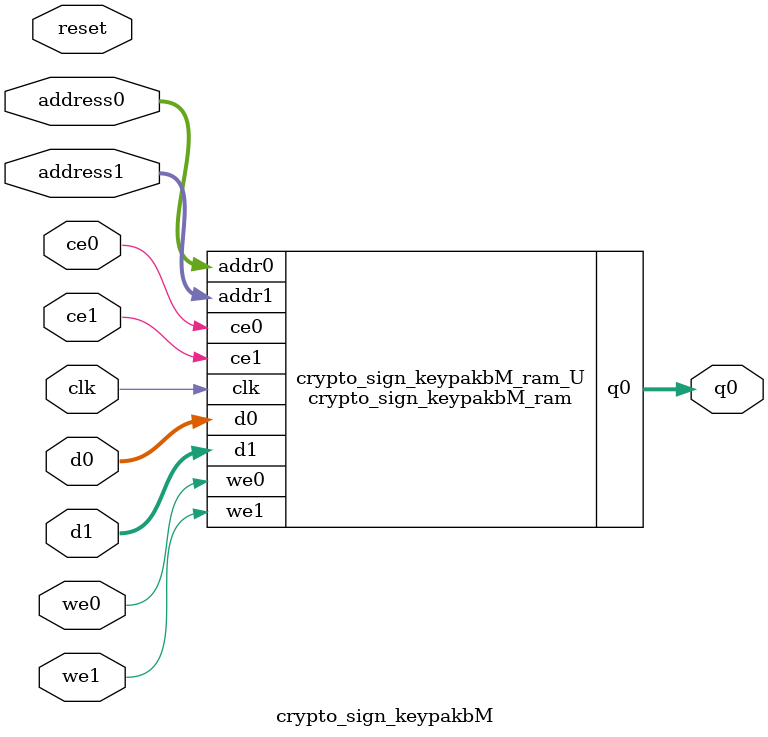
<source format=v>
`timescale 1 ns / 1 ps
module crypto_sign_keypakbM_ram (addr0, ce0, d0, we0, q0, addr1, ce1, d1, we1,  clk);

parameter DWIDTH = 8;
parameter AWIDTH = 5;
parameter MEM_SIZE = 32;

input[AWIDTH-1:0] addr0;
input ce0;
input[DWIDTH-1:0] d0;
input we0;
output reg[DWIDTH-1:0] q0;
input[AWIDTH-1:0] addr1;
input ce1;
input[DWIDTH-1:0] d1;
input we1;
input clk;

(* ram_style = "block" *)reg [DWIDTH-1:0] ram[0:MEM_SIZE-1];




always @(posedge clk)  
begin 
    if (ce0) begin
        if (we0) 
            ram[addr0] <= d0; 
        q0 <= ram[addr0];
    end
end


always @(posedge clk)  
begin 
    if (ce1) begin
        if (we1) 
            ram[addr1] <= d1; 
    end
end


endmodule

`timescale 1 ns / 1 ps
module crypto_sign_keypakbM(
    reset,
    clk,
    address0,
    ce0,
    we0,
    d0,
    q0,
    address1,
    ce1,
    we1,
    d1);

parameter DataWidth = 32'd8;
parameter AddressRange = 32'd32;
parameter AddressWidth = 32'd5;
input reset;
input clk;
input[AddressWidth - 1:0] address0;
input ce0;
input we0;
input[DataWidth - 1:0] d0;
output[DataWidth - 1:0] q0;
input[AddressWidth - 1:0] address1;
input ce1;
input we1;
input[DataWidth - 1:0] d1;



crypto_sign_keypakbM_ram crypto_sign_keypakbM_ram_U(
    .clk( clk ),
    .addr0( address0 ),
    .ce0( ce0 ),
    .we0( we0 ),
    .d0( d0 ),
    .q0( q0 ),
    .addr1( address1 ),
    .ce1( ce1 ),
    .we1( we1 ),
    .d1( d1 ));

endmodule


</source>
